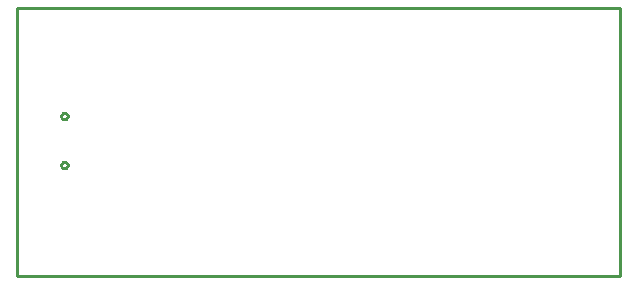
<source format=gbr>
G04 EAGLE Gerber RS-274X export*
G75*
%MOMM*%
%FSLAX34Y34*%
%LPD*%
%IN*%
%IPPOS*%
%AMOC8*
5,1,8,0,0,1.08239X$1,22.5*%
G01*
%ADD10C,0.254000*%


D10*
X-255588Y0D02*
X255588Y0D01*
X255588Y227013D01*
X-255588Y227013D01*
X-255588Y0D01*
X-215429Y132300D02*
X-215856Y132368D01*
X-216268Y132501D01*
X-216654Y132698D01*
X-217004Y132952D01*
X-217310Y133259D01*
X-217565Y133609D01*
X-217761Y133994D01*
X-217895Y134406D01*
X-217963Y134834D01*
X-217963Y135266D01*
X-217895Y135694D01*
X-217761Y136106D01*
X-217565Y136491D01*
X-217310Y136842D01*
X-217004Y137148D01*
X-216654Y137402D01*
X-216268Y137599D01*
X-215856Y137732D01*
X-215429Y137800D01*
X-214996Y137800D01*
X-214569Y137732D01*
X-214157Y137599D01*
X-213771Y137402D01*
X-213421Y137148D01*
X-213115Y136842D01*
X-212861Y136491D01*
X-212664Y136106D01*
X-212530Y135694D01*
X-212463Y135266D01*
X-212463Y134834D01*
X-212530Y134406D01*
X-212664Y133994D01*
X-212861Y133609D01*
X-213115Y133259D01*
X-213421Y132952D01*
X-213771Y132698D01*
X-214157Y132501D01*
X-214569Y132368D01*
X-214996Y132300D01*
X-215429Y132300D01*
X-215429Y90800D02*
X-215856Y90868D01*
X-216268Y91001D01*
X-216654Y91198D01*
X-217004Y91452D01*
X-217310Y91759D01*
X-217565Y92109D01*
X-217761Y92494D01*
X-217895Y92906D01*
X-217963Y93334D01*
X-217963Y93766D01*
X-217895Y94194D01*
X-217761Y94606D01*
X-217565Y94991D01*
X-217310Y95342D01*
X-217004Y95648D01*
X-216654Y95902D01*
X-216268Y96099D01*
X-215856Y96232D01*
X-215429Y96300D01*
X-214996Y96300D01*
X-214569Y96232D01*
X-214157Y96099D01*
X-213771Y95902D01*
X-213421Y95648D01*
X-213115Y95342D01*
X-212861Y94991D01*
X-212664Y94606D01*
X-212530Y94194D01*
X-212463Y93766D01*
X-212463Y93334D01*
X-212530Y92906D01*
X-212664Y92494D01*
X-212861Y92109D01*
X-213115Y91759D01*
X-213421Y91452D01*
X-213771Y91198D01*
X-214157Y91001D01*
X-214569Y90868D01*
X-214996Y90800D01*
X-215429Y90800D01*
M02*

</source>
